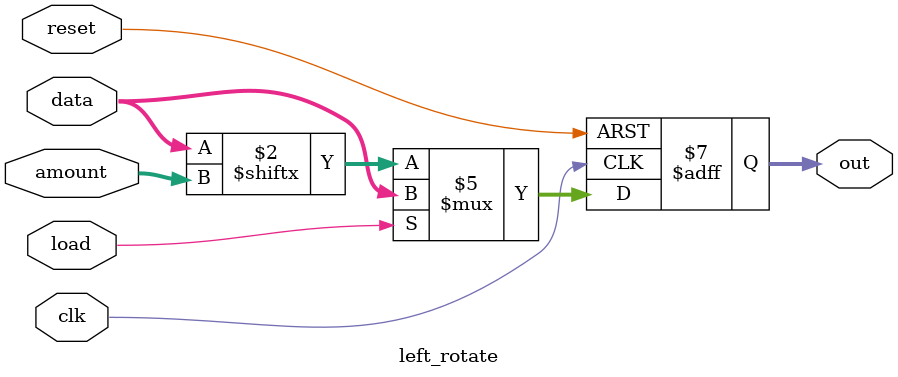
<source format=v>
module left_rotate(
  input clk,
  input reset,
  input [2:0] amount,
  input [7:0] data,
  input load,
  output reg [7:0] out
);

  always @(posedge clk or posedge reset) begin
    if (reset) begin
      out <= 0;
    end else if (load) begin
      out <= data;
    end else begin
      out <= {data[amount - 1:0], data[7:amount]};
    end
  end

endmodule


</source>
